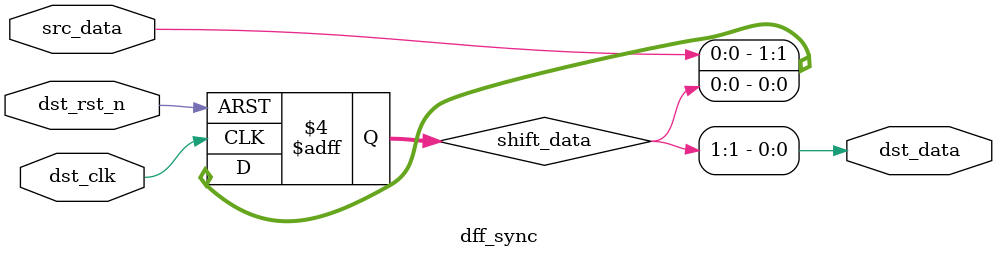
<source format=sv>



module dff_sync #(
  parameter int DEPTH = 2,
  parameter bit RST_VAL = '0
)(
  // src domain
  input  logic src_data,
  // dst domain
  input  logic dst_clk,
  input  logic dst_rst_n,
  output logic dst_data
);


  //----------------------------------------------------------------------------
  logic [0:DEPTH-1] shift_data ;


  //----------------------------------------------------------------------------
  always_ff @(posedge dst_clk or negedge dst_rst_n) begin
    if (!dst_rst_n) begin
      shift_data <= {DEPTH{RST_VAL}};
    end else begin
      shift_data <= {src_data, shift_data} >> 1;
    end
  end

  assign dst_data = shift_data[DEPTH-1];


endmodule
</source>
